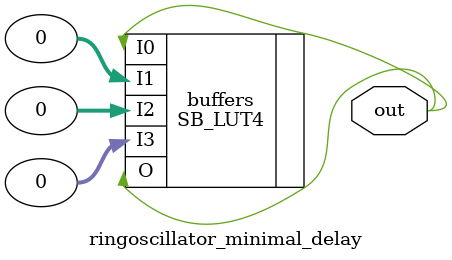
<source format=v>
`default_nettype none

module ringoscillator(output wire out);

	wire chain_in, chain_out;

	assign out = chain_out;

	// Single inverter of oscillator.
	assign chain_in = !chain_out;

	// Single LUT delay line. This also takes care that the compiler
	// (yosys) is not removing this logic path.
	SB_LUT4 #(
		.LUT_INIT(16'd2)
	) buffers (
		.O(chain_out),
		.I0(chain_in),
		.I1(1'b0),
		.I2(1'b0),
		.I3(1'b0)
	);

endmodule

// Ring oscillator with minimal delay.
// Lattice ice40 specific.
// May also work for ecp5 when `defining sb_lut4 to lut4.
//
// In contrast to the above ringoscillator, this uses a single LUT
// for inversion, without any extra delay.
// This results in the output signal is running at roughly 625MHz,
// but so weak that other logic might not properly pick it up.
// E.g. when connecting it to an output pin, the signal has -25dBmu (~36mVpp).
// So if in doubt use the above ringoscillator.
module ringoscillator_minimal_delay(output wire out);

	// Single LUT delay line. This also takes care that the compiler
	// (yosys) is not removing this logic path.
	SB_LUT4 #(
		.LUT_INIT(16'd1)
	) buffers (
		.O(out),
		.I0(out),
		.I1(0),
		.I2(0),
		.I3(0)
	);

endmodule


</source>
